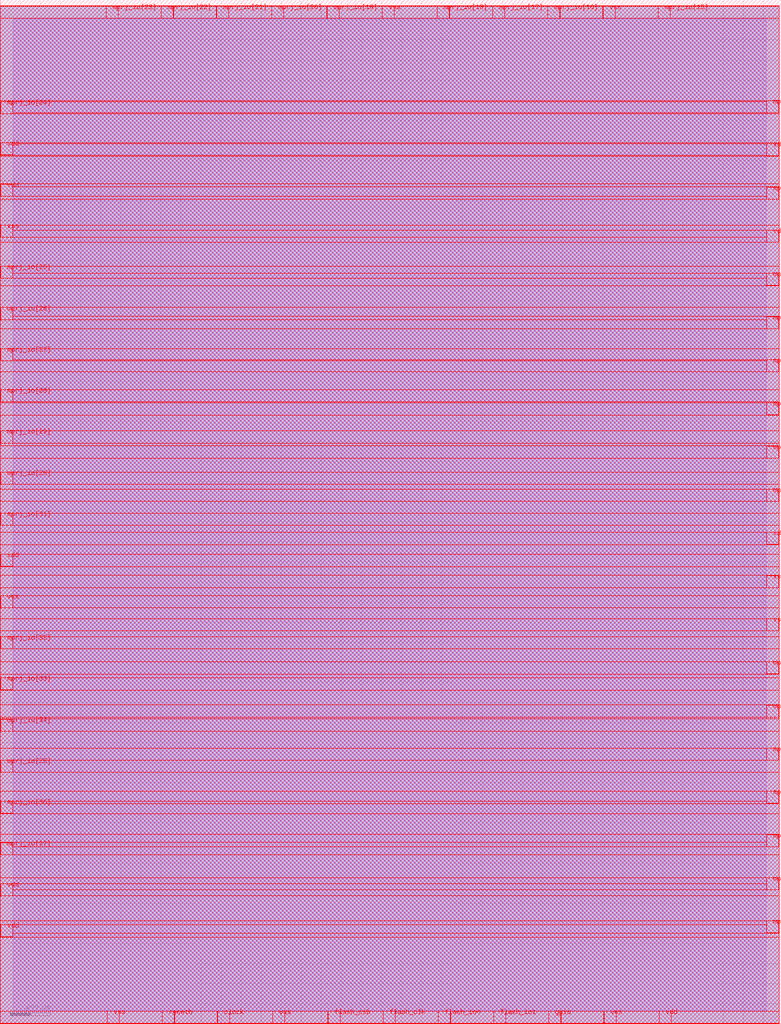
<source format=lef>
VERSION 5.7 ;
  NOWIREEXTENSIONATPIN ON ;
  DIVIDERCHAR "/" ;
  BUSBITCHARS "[]" ;
MACRO caravel
  CLASS BLOCK ;
  FOREIGN caravel ;
  ORIGIN 0.000 0.000 ;
  SIZE 3890.000 BY 5100.000 ;
  PIN clock
    PORT
      LAYER Metal5 ;
        RECT 1082.500 2.000 1142.500 62.000 ;
    END
  END clock
  PIN flash_clk
    PORT
      LAYER Metal5 ;
        RECT 1907.500 2.000 1967.500 62.000 ;
    END
  END flash_clk
  PIN flash_csb
    PORT
      LAYER Metal5 ;
        RECT 1632.500 2.000 1692.500 62.000 ;
    END
  END flash_csb
  PIN flash_io0
    PORT
      LAYER Metal5 ;
        RECT 2182.500 2.000 2242.500 62.000 ;
    END
  END flash_io0
  PIN flash_io1
    PORT
      LAYER Metal5 ;
        RECT 2457.500 2.000 2517.500 62.000 ;
    END
  END flash_io1
  PIN gpio
    PORT
      LAYER Metal5 ;
        RECT 2732.500 2.000 2792.500 62.000 ;
    END
  END gpio
  PIN mprj_io[0]
    PORT
      LAYER Metal5 ;
        RECT 3818.000 452.500 3878.000 512.500 ;
    END
  END mprj_io[0]
  PIN mprj_io[10]
    PORT
      LAYER Metal5 ;
        RECT 3818.000 3247.500 3878.000 3307.500 ;
    END
  END mprj_io[10]
  PIN mprj_io[11]
    PORT
      LAYER Metal5 ;
        RECT 3818.000 3462.500 3878.000 3522.500 ;
    END
  END mprj_io[11]
  PIN mprj_io[12]
    PORT
      LAYER Metal5 ;
        RECT 3818.000 3677.500 3878.000 3737.500 ;
    END
  END mprj_io[12]
  PIN mprj_io[13]
    PORT
      LAYER Metal5 ;
        RECT 3818.000 4107.500 3878.000 4167.500 ;
    END
  END mprj_io[13]
  PIN mprj_io[14]
    PORT
      LAYER Metal5 ;
        RECT 3818.000 4537.500 3878.000 4597.500 ;
    END
  END mprj_io[14]
  PIN mprj_io[15]
    PORT
      LAYER Metal5 ;
        RECT 3277.500 5008.000 3337.500 5068.000 ;
    END
  END mprj_io[15]
  PIN mprj_io[16]
    PORT
      LAYER Metal5 ;
        RECT 2727.500 5008.000 2787.500 5068.000 ;
    END
  END mprj_io[16]
  PIN mprj_io[17]
    PORT
      LAYER Metal5 ;
        RECT 2452.500 5008.000 2512.500 5068.000 ;
    END
  END mprj_io[17]
  PIN mprj_io[18]
    PORT
      LAYER Metal5 ;
        RECT 2177.500 5008.000 2237.500 5068.000 ;
    END
  END mprj_io[18]
  PIN mprj_io[19]
    PORT
      LAYER Metal5 ;
        RECT 1627.500 5008.000 1687.500 5068.000 ;
    END
  END mprj_io[19]
  PIN mprj_io[1]
    PORT
      LAYER Metal5 ;
        RECT 3818.000 667.500 3878.000 727.500 ;
    END
  END mprj_io[1]
  PIN mprj_io[20]
    PORT
      LAYER Metal5 ;
        RECT 1352.500 5008.000 1412.500 5068.000 ;
    END
  END mprj_io[20]
  PIN mprj_io[21]
    PORT
      LAYER Metal5 ;
        RECT 1077.500 5008.000 1137.500 5068.000 ;
    END
  END mprj_io[21]
  PIN mprj_io[22]
    PORT
      LAYER Metal5 ;
        RECT 802.500 5008.000 862.500 5068.000 ;
    END
  END mprj_io[22]
  PIN mprj_io[23]
    PORT
      LAYER Metal5 ;
        RECT 527.500 5008.000 587.500 5068.000 ;
    END
  END mprj_io[23]
  PIN mprj_io[24]
    PORT
      LAYER Metal5 ;
        RECT 2.000 4532.500 62.000 4592.500 ;
    END
  END mprj_io[24]
  PIN mprj_io[25]
    PORT
      LAYER Metal5 ;
        RECT 2.000 3712.500 62.000 3772.500 ;
    END
  END mprj_io[25]
  PIN mprj_io[26]
    PORT
      LAYER Metal5 ;
        RECT 2.000 3507.500 62.000 3567.500 ;
    END
  END mprj_io[26]
  PIN mprj_io[27]
    PORT
      LAYER Metal5 ;
        RECT 2.000 3302.500 62.000 3362.500 ;
    END
  END mprj_io[27]
  PIN mprj_io[28]
    PORT
      LAYER Metal5 ;
        RECT 2.000 3097.500 62.000 3157.500 ;
    END
  END mprj_io[28]
  PIN mprj_io[29]
    PORT
      LAYER Metal5 ;
        RECT 2.000 2892.500 62.000 2952.500 ;
    END
  END mprj_io[29]
  PIN mprj_io[2]
    PORT
      LAYER Metal5 ;
        RECT 3818.000 882.500 3878.000 942.500 ;
    END
  END mprj_io[2]
  PIN mprj_io[30]
    PORT
      LAYER Metal5 ;
        RECT 2.000 2687.500 62.000 2747.500 ;
    END
  END mprj_io[30]
  PIN mprj_io[31]
    PORT
      LAYER Metal5 ;
        RECT 2.000 2482.500 62.000 2542.500 ;
    END
  END mprj_io[31]
  PIN mprj_io[32]
    PORT
      LAYER Metal5 ;
        RECT 2.000 1867.500 62.000 1927.500 ;
    END
  END mprj_io[32]
  PIN mprj_io[33]
    PORT
      LAYER Metal5 ;
        RECT 2.000 1662.500 62.000 1722.500 ;
    END
  END mprj_io[33]
  PIN mprj_io[34]
    PORT
      LAYER Metal5 ;
        RECT 2.000 1457.500 62.000 1517.500 ;
    END
  END mprj_io[34]
  PIN mprj_io[35]
    PORT
      LAYER Metal5 ;
        RECT 2.000 1252.500 62.000 1312.500 ;
    END
  END mprj_io[35]
  PIN mprj_io[36]
    PORT
      LAYER Metal5 ;
        RECT 2.000 1047.500 62.000 1107.500 ;
    END
  END mprj_io[36]
  PIN mprj_io[37]
    PORT
      LAYER Metal5 ;
        RECT 2.000 842.500 62.000 902.500 ;
    END
  END mprj_io[37]
  PIN mprj_io[3]
    PORT
      LAYER Metal5 ;
        RECT 3818.000 1097.500 3878.000 1157.500 ;
    END
  END mprj_io[3]
  PIN mprj_io[4]
    PORT
      LAYER Metal5 ;
        RECT 3818.000 1312.500 3878.000 1372.500 ;
    END
  END mprj_io[4]
  PIN mprj_io[5]
    PORT
      LAYER Metal5 ;
        RECT 3818.000 1527.500 3878.000 1587.500 ;
    END
  END mprj_io[5]
  PIN mprj_io[6]
    PORT
      LAYER Metal5 ;
        RECT 3818.000 1742.500 3878.000 1802.500 ;
    END
  END mprj_io[6]
  PIN mprj_io[7]
    PORT
      LAYER Metal5 ;
        RECT 3818.000 2602.500 3878.000 2662.500 ;
    END
  END mprj_io[7]
  PIN mprj_io[8]
    PORT
      LAYER Metal5 ;
        RECT 3818.000 2817.500 3878.000 2877.500 ;
    END
  END mprj_io[8]
  PIN mprj_io[9]
    PORT
      LAYER Metal5 ;
        RECT 3818.000 3032.500 3878.000 3092.500 ;
    END
  END mprj_io[9]
  PIN resetb
    PORT
      LAYER Metal5 ;
        RECT 807.500 2.000 867.500 62.000 ;
    END
  END resetb
  PIN vdd
    PORT
      LAYER Metal5 ;
        RECT 3818.000 2387.500 3878.000 2447.500 ;
    END
    PORT
      LAYER Metal5 ;
        RECT 3818.000 3892.500 3878.000 3952.500 ;
    END
    PORT
      LAYER Metal5 ;
        RECT 3818.000 4322.500 3878.000 4382.500 ;
    END
    PORT
      LAYER Metal5 ;
        RECT 3282.500 2.000 3342.500 62.000 ;
    END
    PORT
      LAYER Metal5 ;
        RECT 2.000 4327.500 62.000 4387.500 ;
    END
    PORT
      LAYER Metal5 ;
        RECT 2.000 4122.500 62.000 4182.500 ;
    END
    PORT
      LAYER Metal5 ;
        RECT 2.000 2277.500 62.000 2337.500 ;
    END
    PORT
      LAYER Metal5 ;
        RECT 2.000 637.500 62.000 697.500 ;
    END
    PORT
      LAYER Metal5 ;
        RECT 2.000 432.500 62.000 492.500 ;
    END
  END vdd
  PIN vss
    PORT
      LAYER Metal5 ;
        RECT 3002.500 5008.000 3062.500 5068.000 ;
    END
    PORT
      LAYER Metal5 ;
        RECT 1902.500 5008.000 1962.500 5068.000 ;
    END
    PORT
      LAYER Metal5 ;
        RECT 3818.000 1957.500 3878.000 2017.500 ;
    END
    PORT
      LAYER Metal5 ;
        RECT 3818.000 2172.500 3878.000 2232.500 ;
    END
    PORT
      LAYER Metal5 ;
        RECT 532.500 2.000 592.500 62.000 ;
    END
    PORT
      LAYER Metal5 ;
        RECT 1357.500 2.000 1417.500 62.000 ;
    END
    PORT
      LAYER Metal5 ;
        RECT 3007.500 2.000 3067.500 62.000 ;
    END
    PORT
      LAYER Metal5 ;
        RECT 2.000 3917.500 62.000 3977.500 ;
    END
    PORT
      LAYER Metal5 ;
        RECT 2.000 2072.500 62.000 2132.500 ;
    END
  END vss
  OBS
      LAYER Metal1 ;
        RECT 65.540 65.540 3814.460 5004.460 ;
      LAYER Metal2 ;
        RECT 0.000 0.000 3880.000 5070.000 ;
      LAYER Metal3 ;
        RECT 0.000 0.000 3880.000 5070.000 ;
      LAYER Metal4 ;
        RECT 0.000 0.000 3880.000 5070.000 ;
      LAYER Metal5 ;
        RECT 0.000 5068.500 3880.000 5070.000 ;
        RECT 0.000 5007.500 527.000 5068.500 ;
        RECT 588.000 5007.500 802.000 5068.500 ;
        RECT 863.000 5007.500 1077.000 5068.500 ;
        RECT 1138.000 5007.500 1352.000 5068.500 ;
        RECT 1413.000 5007.500 1627.000 5068.500 ;
        RECT 1688.000 5007.500 1902.000 5068.500 ;
        RECT 1963.000 5007.500 2177.000 5068.500 ;
        RECT 2238.000 5007.500 2452.000 5068.500 ;
        RECT 2513.000 5007.500 2727.000 5068.500 ;
        RECT 2788.000 5007.500 3002.000 5068.500 ;
        RECT 3063.000 5007.500 3277.000 5068.500 ;
        RECT 3338.000 5007.500 3880.000 5068.500 ;
        RECT 0.000 4598.000 3880.000 5007.500 ;
        RECT 0.000 4593.000 3817.500 4598.000 ;
        RECT 0.000 4532.000 1.500 4593.000 ;
        RECT 62.500 4537.000 3817.500 4593.000 ;
        RECT 3878.500 4537.000 3880.000 4598.000 ;
        RECT 62.500 4532.000 3880.000 4537.000 ;
        RECT 0.000 4388.000 3880.000 4532.000 ;
        RECT 0.000 4327.000 1.500 4388.000 ;
        RECT 62.500 4383.000 3880.000 4388.000 ;
        RECT 62.500 4327.000 3817.500 4383.000 ;
        RECT 0.000 4322.000 3817.500 4327.000 ;
        RECT 3878.500 4322.000 3880.000 4383.000 ;
        RECT 0.000 4183.000 3880.000 4322.000 ;
        RECT 0.000 4122.000 1.500 4183.000 ;
        RECT 62.500 4168.000 3880.000 4183.000 ;
        RECT 62.500 4122.000 3817.500 4168.000 ;
        RECT 0.000 4107.000 3817.500 4122.000 ;
        RECT 3878.500 4107.000 3880.000 4168.000 ;
        RECT 0.000 3978.000 3880.000 4107.000 ;
        RECT 0.000 3917.000 1.500 3978.000 ;
        RECT 62.500 3953.000 3880.000 3978.000 ;
        RECT 62.500 3917.000 3817.500 3953.000 ;
        RECT 0.000 3892.000 3817.500 3917.000 ;
        RECT 3878.500 3892.000 3880.000 3953.000 ;
        RECT 0.000 3773.000 3880.000 3892.000 ;
        RECT 0.000 3712.000 1.500 3773.000 ;
        RECT 62.500 3738.000 3880.000 3773.000 ;
        RECT 62.500 3712.000 3817.500 3738.000 ;
        RECT 0.000 3677.000 3817.500 3712.000 ;
        RECT 3878.500 3677.000 3880.000 3738.000 ;
        RECT 0.000 3568.000 3880.000 3677.000 ;
        RECT 0.000 3507.000 1.500 3568.000 ;
        RECT 62.500 3523.000 3880.000 3568.000 ;
        RECT 62.500 3507.000 3817.500 3523.000 ;
        RECT 0.000 3462.000 3817.500 3507.000 ;
        RECT 3878.500 3462.000 3880.000 3523.000 ;
        RECT 0.000 3363.000 3880.000 3462.000 ;
        RECT 0.000 3302.000 1.500 3363.000 ;
        RECT 62.500 3308.000 3880.000 3363.000 ;
        RECT 62.500 3302.000 3817.500 3308.000 ;
        RECT 0.000 3247.000 3817.500 3302.000 ;
        RECT 3878.500 3247.000 3880.000 3308.000 ;
        RECT 0.000 3158.000 3880.000 3247.000 ;
        RECT 0.000 3097.000 1.500 3158.000 ;
        RECT 62.500 3097.000 3880.000 3158.000 ;
        RECT 0.000 3093.000 3880.000 3097.000 ;
        RECT 0.000 3032.000 3817.500 3093.000 ;
        RECT 3878.500 3032.000 3880.000 3093.000 ;
        RECT 0.000 2953.000 3880.000 3032.000 ;
        RECT 0.000 2892.000 1.500 2953.000 ;
        RECT 62.500 2892.000 3880.000 2953.000 ;
        RECT 0.000 2878.000 3880.000 2892.000 ;
        RECT 0.000 2817.000 3817.500 2878.000 ;
        RECT 3878.500 2817.000 3880.000 2878.000 ;
        RECT 0.000 2748.000 3880.000 2817.000 ;
        RECT 0.000 2687.000 1.500 2748.000 ;
        RECT 62.500 2687.000 3880.000 2748.000 ;
        RECT 0.000 2663.000 3880.000 2687.000 ;
        RECT 0.000 2602.000 3817.500 2663.000 ;
        RECT 3878.500 2602.000 3880.000 2663.000 ;
        RECT 0.000 2543.000 3880.000 2602.000 ;
        RECT 0.000 2482.000 1.500 2543.000 ;
        RECT 62.500 2482.000 3880.000 2543.000 ;
        RECT 0.000 2448.000 3880.000 2482.000 ;
        RECT 0.000 2387.000 3817.500 2448.000 ;
        RECT 3878.500 2387.000 3880.000 2448.000 ;
        RECT 0.000 2338.000 3880.000 2387.000 ;
        RECT 0.000 2277.000 1.500 2338.000 ;
        RECT 62.500 2277.000 3880.000 2338.000 ;
        RECT 0.000 2233.000 3880.000 2277.000 ;
        RECT 0.000 2172.000 3817.500 2233.000 ;
        RECT 3878.500 2172.000 3880.000 2233.000 ;
        RECT 0.000 2133.000 3880.000 2172.000 ;
        RECT 0.000 2072.000 1.500 2133.000 ;
        RECT 62.500 2072.000 3880.000 2133.000 ;
        RECT 0.000 2018.000 3880.000 2072.000 ;
        RECT 0.000 1957.000 3817.500 2018.000 ;
        RECT 3878.500 1957.000 3880.000 2018.000 ;
        RECT 0.000 1928.000 3880.000 1957.000 ;
        RECT 0.000 1867.000 1.500 1928.000 ;
        RECT 62.500 1867.000 3880.000 1928.000 ;
        RECT 0.000 1803.000 3880.000 1867.000 ;
        RECT 0.000 1742.000 3817.500 1803.000 ;
        RECT 3878.500 1742.000 3880.000 1803.000 ;
        RECT 0.000 1723.000 3880.000 1742.000 ;
        RECT 0.000 1662.000 1.500 1723.000 ;
        RECT 62.500 1662.000 3880.000 1723.000 ;
        RECT 0.000 1588.000 3880.000 1662.000 ;
        RECT 0.000 1527.000 3817.500 1588.000 ;
        RECT 3878.500 1527.000 3880.000 1588.000 ;
        RECT 0.000 1518.000 3880.000 1527.000 ;
        RECT 0.000 1457.000 1.500 1518.000 ;
        RECT 62.500 1457.000 3880.000 1518.000 ;
        RECT 0.000 1373.000 3880.000 1457.000 ;
        RECT 0.000 1313.000 3817.500 1373.000 ;
        RECT 0.000 1252.000 1.500 1313.000 ;
        RECT 62.500 1312.000 3817.500 1313.000 ;
        RECT 3878.500 1312.000 3880.000 1373.000 ;
        RECT 62.500 1252.000 3880.000 1312.000 ;
        RECT 0.000 1158.000 3880.000 1252.000 ;
        RECT 0.000 1108.000 3817.500 1158.000 ;
        RECT 0.000 1047.000 1.500 1108.000 ;
        RECT 62.500 1097.000 3817.500 1108.000 ;
        RECT 3878.500 1097.000 3880.000 1158.000 ;
        RECT 62.500 1047.000 3880.000 1097.000 ;
        RECT 0.000 943.000 3880.000 1047.000 ;
        RECT 0.000 903.000 3817.500 943.000 ;
        RECT 0.000 842.000 1.500 903.000 ;
        RECT 62.500 882.000 3817.500 903.000 ;
        RECT 3878.500 882.000 3880.000 943.000 ;
        RECT 62.500 842.000 3880.000 882.000 ;
        RECT 0.000 728.000 3880.000 842.000 ;
        RECT 0.000 698.000 3817.500 728.000 ;
        RECT 0.000 637.000 1.500 698.000 ;
        RECT 62.500 667.000 3817.500 698.000 ;
        RECT 3878.500 667.000 3880.000 728.000 ;
        RECT 62.500 637.000 3880.000 667.000 ;
        RECT 0.000 513.000 3880.000 637.000 ;
        RECT 0.000 493.000 3817.500 513.000 ;
        RECT 0.000 432.000 1.500 493.000 ;
        RECT 62.500 452.000 3817.500 493.000 ;
        RECT 3878.500 452.000 3880.000 513.000 ;
        RECT 62.500 432.000 3880.000 452.000 ;
        RECT 0.000 62.500 3880.000 432.000 ;
        RECT 0.000 1.500 532.000 62.500 ;
        RECT 593.000 1.500 807.000 62.500 ;
        RECT 868.000 1.500 1082.000 62.500 ;
        RECT 1143.000 1.500 1357.000 62.500 ;
        RECT 1418.000 1.500 1632.000 62.500 ;
        RECT 1693.000 1.500 1907.000 62.500 ;
        RECT 1968.000 1.500 2182.000 62.500 ;
        RECT 2243.000 1.500 2457.000 62.500 ;
        RECT 2518.000 1.500 2732.000 62.500 ;
        RECT 2793.000 1.500 3007.000 62.500 ;
        RECT 3068.000 1.500 3282.000 62.500 ;
        RECT 3343.000 1.500 3880.000 62.500 ;
        RECT 0.000 0.000 3880.000 1.500 ;
  END
END caravel
END LIBRARY


</source>
